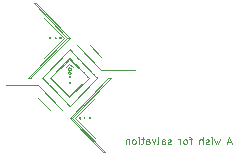
<source format=gbr>
%TF.GenerationSoftware,KiCad,Pcbnew,5.1.10*%
%TF.CreationDate,2021-06-14T18:34:52+02:00*%
%TF.ProjectId,scattered-bat-plate-1,73636174-7465-4726-9564-2d6261742d70,rev?*%
%TF.SameCoordinates,Original*%
%TF.FileFunction,Legend,Bot*%
%TF.FilePolarity,Positive*%
%FSLAX46Y46*%
G04 Gerber Fmt 4.6, Leading zero omitted, Abs format (unit mm)*
G04 Created by KiCad (PCBNEW 5.1.10) date 2021-06-14 18:34:52*
%MOMM*%
%LPD*%
G01*
G04 APERTURE LIST*
%ADD10C,0.100000*%
%ADD11C,0.036000*%
G04 APERTURE END LIST*
D10*
X146007142Y-123280000D02*
X145721428Y-123280000D01*
X146064285Y-123451428D02*
X145864285Y-122851428D01*
X145664285Y-123451428D01*
X145064285Y-123051428D02*
X144950000Y-123451428D01*
X144835714Y-123165714D01*
X144721428Y-123451428D01*
X144607142Y-123051428D01*
X144378571Y-123451428D02*
X144378571Y-123051428D01*
X144378571Y-122851428D02*
X144407142Y-122880000D01*
X144378571Y-122908571D01*
X144350000Y-122880000D01*
X144378571Y-122851428D01*
X144378571Y-122908571D01*
X144121428Y-123422857D02*
X144064285Y-123451428D01*
X143950000Y-123451428D01*
X143892857Y-123422857D01*
X143864285Y-123365714D01*
X143864285Y-123337142D01*
X143892857Y-123280000D01*
X143950000Y-123251428D01*
X144035714Y-123251428D01*
X144092857Y-123222857D01*
X144121428Y-123165714D01*
X144121428Y-123137142D01*
X144092857Y-123080000D01*
X144035714Y-123051428D01*
X143950000Y-123051428D01*
X143892857Y-123080000D01*
X143607142Y-123451428D02*
X143607142Y-122851428D01*
X143350000Y-123451428D02*
X143350000Y-123137142D01*
X143378571Y-123080000D01*
X143435714Y-123051428D01*
X143521428Y-123051428D01*
X143578571Y-123080000D01*
X143607142Y-123108571D01*
X142692857Y-123051428D02*
X142464285Y-123051428D01*
X142607142Y-123451428D02*
X142607142Y-122937142D01*
X142578571Y-122880000D01*
X142521428Y-122851428D01*
X142464285Y-122851428D01*
X142178571Y-123451428D02*
X142235714Y-123422857D01*
X142264285Y-123394285D01*
X142292857Y-123337142D01*
X142292857Y-123165714D01*
X142264285Y-123108571D01*
X142235714Y-123080000D01*
X142178571Y-123051428D01*
X142092857Y-123051428D01*
X142035714Y-123080000D01*
X142007142Y-123108571D01*
X141978571Y-123165714D01*
X141978571Y-123337142D01*
X142007142Y-123394285D01*
X142035714Y-123422857D01*
X142092857Y-123451428D01*
X142178571Y-123451428D01*
X141721428Y-123451428D02*
X141721428Y-123051428D01*
X141721428Y-123165714D02*
X141692857Y-123108571D01*
X141664285Y-123080000D01*
X141607142Y-123051428D01*
X141550000Y-123051428D01*
X140921428Y-123422857D02*
X140864285Y-123451428D01*
X140750000Y-123451428D01*
X140692857Y-123422857D01*
X140664285Y-123365714D01*
X140664285Y-123337142D01*
X140692857Y-123280000D01*
X140750000Y-123251428D01*
X140835714Y-123251428D01*
X140892857Y-123222857D01*
X140921428Y-123165714D01*
X140921428Y-123137142D01*
X140892857Y-123080000D01*
X140835714Y-123051428D01*
X140750000Y-123051428D01*
X140692857Y-123080000D01*
X140150000Y-123451428D02*
X140150000Y-123137142D01*
X140178571Y-123080000D01*
X140235714Y-123051428D01*
X140350000Y-123051428D01*
X140407142Y-123080000D01*
X140150000Y-123422857D02*
X140207142Y-123451428D01*
X140350000Y-123451428D01*
X140407142Y-123422857D01*
X140435714Y-123365714D01*
X140435714Y-123308571D01*
X140407142Y-123251428D01*
X140350000Y-123222857D01*
X140207142Y-123222857D01*
X140150000Y-123194285D01*
X139778571Y-123451428D02*
X139835714Y-123422857D01*
X139864285Y-123365714D01*
X139864285Y-122851428D01*
X139607142Y-123051428D02*
X139464285Y-123451428D01*
X139321428Y-123051428D01*
X138835714Y-123451428D02*
X138835714Y-123137142D01*
X138864285Y-123080000D01*
X138921428Y-123051428D01*
X139035714Y-123051428D01*
X139092857Y-123080000D01*
X138835714Y-123422857D02*
X138892857Y-123451428D01*
X139035714Y-123451428D01*
X139092857Y-123422857D01*
X139121428Y-123365714D01*
X139121428Y-123308571D01*
X139092857Y-123251428D01*
X139035714Y-123222857D01*
X138892857Y-123222857D01*
X138835714Y-123194285D01*
X138635714Y-123051428D02*
X138407142Y-123051428D01*
X138550000Y-122851428D02*
X138550000Y-123365714D01*
X138521428Y-123422857D01*
X138464285Y-123451428D01*
X138407142Y-123451428D01*
X138207142Y-123451428D02*
X138207142Y-123051428D01*
X138207142Y-122851428D02*
X138235714Y-122880000D01*
X138207142Y-122908571D01*
X138178571Y-122880000D01*
X138207142Y-122851428D01*
X138207142Y-122908571D01*
X137835714Y-123451428D02*
X137892857Y-123422857D01*
X137921428Y-123394285D01*
X137950000Y-123337142D01*
X137950000Y-123165714D01*
X137921428Y-123108571D01*
X137892857Y-123080000D01*
X137835714Y-123051428D01*
X137750000Y-123051428D01*
X137692857Y-123080000D01*
X137664285Y-123108571D01*
X137635714Y-123165714D01*
X137635714Y-123337142D01*
X137664285Y-123394285D01*
X137692857Y-123422857D01*
X137750000Y-123451428D01*
X137835714Y-123451428D01*
X137378571Y-123051428D02*
X137378571Y-123451428D01*
X137378571Y-123108571D02*
X137350000Y-123080000D01*
X137292857Y-123051428D01*
X137207142Y-123051428D01*
X137150000Y-123080000D01*
X137121428Y-123137142D01*
X137121428Y-123451428D01*
D11*
X133569037Y-121246753D02*
X133548581Y-121216391D01*
X133548581Y-121216391D02*
X133548558Y-121215096D01*
X132618004Y-116956093D02*
X132336583Y-116665393D01*
X133493161Y-117346297D02*
X133464442Y-117316631D01*
X133464442Y-117316631D02*
X133435809Y-117287054D01*
X133435809Y-117287054D02*
X133407274Y-117257578D01*
X133407274Y-117257578D02*
X133378847Y-117228214D01*
X133378847Y-117228214D02*
X133350542Y-117198975D01*
X133350542Y-117198975D02*
X133322369Y-117169874D01*
X133322369Y-117169874D02*
X133294341Y-117140922D01*
X133294341Y-117140922D02*
X133266470Y-117112132D01*
X133266470Y-117112132D02*
X133238767Y-117083515D01*
X133238767Y-117083515D02*
X133211244Y-117055085D01*
X133211244Y-117055085D02*
X133183914Y-117026854D01*
X133183914Y-117026854D02*
X133156787Y-116998833D01*
X133156787Y-116998833D02*
X133129876Y-116971035D01*
X133129876Y-116971035D02*
X133103193Y-116943472D01*
X133103193Y-116943472D02*
X133076750Y-116916156D01*
X133076750Y-116916156D02*
X133050557Y-116889101D01*
X133050557Y-116889101D02*
X133024628Y-116862317D01*
X133024628Y-116862317D02*
X132998974Y-116835817D01*
X132998974Y-116835817D02*
X132973607Y-116809614D01*
X132973607Y-116809614D02*
X132948539Y-116783719D01*
X132948539Y-116783719D02*
X132899346Y-116732904D01*
X132899346Y-116732904D02*
X132851490Y-116683471D01*
X132851490Y-116683471D02*
X132805067Y-116635516D01*
X132805067Y-116635516D02*
X132760170Y-116589139D01*
X132760170Y-116589139D02*
X132716895Y-116544437D01*
X132716895Y-116544437D02*
X132675337Y-116501509D01*
X132336584Y-118207112D02*
X132371263Y-118221644D01*
X132371263Y-118221644D02*
X132382567Y-118238850D01*
X133117546Y-121215096D02*
X133126972Y-121179847D01*
X133126972Y-121179847D02*
X133137011Y-121166551D01*
X130718369Y-117823149D02*
X130746688Y-117852402D01*
X130746688Y-117852402D02*
X130776903Y-117883613D01*
X130776903Y-117883613D02*
X130806408Y-117914091D01*
X130806408Y-117914091D02*
X130841632Y-117950476D01*
X130841632Y-117950476D02*
X130868226Y-117977947D01*
X130868226Y-117977947D02*
X130897264Y-118007942D01*
X130897264Y-118007942D02*
X130928706Y-118040422D01*
X130928706Y-118040422D02*
X130962514Y-118075344D01*
X130962514Y-118075344D02*
X130998647Y-118112668D01*
X130998647Y-118112668D02*
X131037067Y-118152355D01*
X131037067Y-118152355D02*
X131057123Y-118173072D01*
X132237037Y-117401940D02*
X132243714Y-117364918D01*
X132243714Y-117364918D02*
X132262790Y-117332924D01*
X132262790Y-117332924D02*
X132266193Y-117329230D01*
X132675337Y-116501509D02*
X132635788Y-116460656D01*
X132635788Y-116460656D02*
X132598506Y-116422145D01*
X132598506Y-116422145D02*
X132563530Y-116386016D01*
X132563530Y-116386016D02*
X132530900Y-116352311D01*
X132530900Y-116352311D02*
X132500655Y-116321068D01*
X132500655Y-116321068D02*
X132472834Y-116292330D01*
X132472834Y-116292330D02*
X132447476Y-116266136D01*
X132447476Y-116266136D02*
X132414143Y-116231705D01*
X132414143Y-116231705D02*
X132386574Y-116203227D01*
X132386574Y-116203227D02*
X132359009Y-116174754D01*
X132359009Y-116174754D02*
X132336581Y-116151586D01*
X126958674Y-118471396D02*
X129699005Y-118471396D01*
X133605187Y-121239325D02*
X133569037Y-121246755D01*
X134076337Y-121201936D02*
X134070000Y-121238472D01*
X134070000Y-121238472D02*
X134069129Y-121239409D01*
X132354830Y-121215069D02*
X135602782Y-117860031D01*
X135367569Y-124121318D02*
X135168055Y-124121160D01*
X132336583Y-119391819D02*
X131238832Y-118257878D01*
X132336583Y-116665393D02*
X132055115Y-116956142D01*
X132254473Y-116991673D02*
X132284420Y-116969325D01*
X132284420Y-116969325D02*
X132319436Y-116957856D01*
X132319436Y-116957856D02*
X132336584Y-116956542D01*
X134668406Y-117825288D02*
X134640085Y-117796034D01*
X134640085Y-117796034D02*
X134609871Y-117764823D01*
X134609871Y-117764823D02*
X134580366Y-117734346D01*
X134580366Y-117734346D02*
X134545141Y-117697960D01*
X134545141Y-117697960D02*
X134518547Y-117670489D01*
X134518547Y-117670489D02*
X134489509Y-117640494D01*
X134489509Y-117640494D02*
X134458066Y-117608014D01*
X134458066Y-117608014D02*
X134424259Y-117573092D01*
X134424259Y-117573092D02*
X134388125Y-117535768D01*
X134388125Y-117535768D02*
X134349706Y-117496081D01*
X134349706Y-117496081D02*
X134329651Y-117475365D01*
X134329651Y-117475365D02*
X134288092Y-117432436D01*
X134288092Y-117432436D02*
X134244817Y-117387734D01*
X134244817Y-117387734D02*
X134199920Y-117341357D01*
X134199920Y-117341357D02*
X134153496Y-117293403D01*
X134153496Y-117293403D02*
X134105641Y-117243970D01*
X134105641Y-117243970D02*
X134056448Y-117193155D01*
X134056448Y-117193155D02*
X134031379Y-117167260D01*
X134031379Y-117167260D02*
X134006012Y-117141057D01*
X134006012Y-117141057D02*
X133980358Y-117114557D01*
X133980358Y-117114557D02*
X133954429Y-117087773D01*
X133954429Y-117087773D02*
X133928237Y-117060717D01*
X133928237Y-117060717D02*
X133901793Y-117033402D01*
X133901793Y-117033402D02*
X133875110Y-117005839D01*
X133875110Y-117005839D02*
X133848199Y-116978041D01*
X133848199Y-116978041D02*
X133821072Y-116950020D01*
X133821072Y-116950020D02*
X133793742Y-116921789D01*
X133793742Y-116921789D02*
X133766219Y-116893359D01*
X133766219Y-116893359D02*
X133738516Y-116864742D01*
X133738516Y-116864742D02*
X133710644Y-116835952D01*
X133710644Y-116835952D02*
X133682616Y-116807000D01*
X133682616Y-116807000D02*
X133654444Y-116777899D01*
X133654444Y-116777899D02*
X133626138Y-116748660D01*
X133626138Y-116748660D02*
X133597712Y-116719296D01*
X133597712Y-116719296D02*
X133569176Y-116689820D01*
X133569176Y-116689820D02*
X133540543Y-116660243D01*
X133540543Y-116660243D02*
X133511825Y-116630578D01*
X132336584Y-116956542D02*
X132374676Y-116963173D01*
X132374676Y-116963173D02*
X132407937Y-116981857D01*
X132407937Y-116981857D02*
X132433733Y-117010772D01*
X132433733Y-117010772D02*
X132443868Y-117030589D01*
X132418695Y-117161310D02*
X132387220Y-117184443D01*
X132387220Y-117184443D02*
X132350911Y-117195527D01*
X132350911Y-117195527D02*
X132312877Y-117193921D01*
X132312877Y-117193921D02*
X132292146Y-117187312D01*
X131857811Y-114429463D02*
X130216703Y-116124681D01*
X133581730Y-121180831D02*
X133611875Y-121200795D01*
X133611875Y-121200795D02*
X133612377Y-121201983D01*
X131526211Y-114360811D02*
X131491317Y-114371033D01*
X131491317Y-114371033D02*
X131466898Y-114398487D01*
X131466898Y-114398487D02*
X131464809Y-114403191D01*
X135015112Y-117177070D02*
X132983856Y-115078552D01*
X129070282Y-117822239D02*
X129102046Y-117789425D01*
X135015104Y-117177058D02*
X134909855Y-117068338D01*
X134022046Y-121190781D02*
X134045584Y-121180716D01*
X131874949Y-119017861D02*
X131180000Y-118300000D01*
X132286813Y-118258524D02*
X132299684Y-118224017D01*
X132299684Y-118224017D02*
X132301387Y-118222170D01*
X135776804Y-117886842D02*
X135843336Y-117818116D01*
X132266193Y-117329230D02*
X132296257Y-117307927D01*
X132296257Y-117307927D02*
X132331647Y-117299238D01*
X132331647Y-117299238D02*
X132336584Y-117299112D01*
X132355773Y-120214166D02*
X134668406Y-117825288D01*
X134069121Y-121239409D02*
X134032844Y-121246871D01*
X135168055Y-124121043D02*
X132354830Y-121215069D01*
X130381895Y-118175211D02*
X130423453Y-118218139D01*
X130423453Y-118218139D02*
X130466729Y-118262841D01*
X130466729Y-118262841D02*
X130511626Y-118309218D01*
X130511626Y-118309218D02*
X130558050Y-118357173D01*
X130558050Y-118357173D02*
X130605905Y-118406606D01*
X130605905Y-118406606D02*
X130655099Y-118457421D01*
X130655099Y-118457421D02*
X130680167Y-118483316D01*
X130680167Y-118483316D02*
X130705534Y-118509519D01*
X130705534Y-118509519D02*
X130731188Y-118536019D01*
X130731188Y-118536019D02*
X130757117Y-118562803D01*
X130757117Y-118562803D02*
X130783309Y-118589858D01*
X130783309Y-118589858D02*
X130809753Y-118617174D01*
X130809753Y-118617174D02*
X130836436Y-118644737D01*
X130836436Y-118644737D02*
X130863347Y-118672535D01*
X130863347Y-118672535D02*
X130890474Y-118700556D01*
X130890474Y-118700556D02*
X130917804Y-118728787D01*
X130917804Y-118728787D02*
X130945327Y-118757217D01*
X130945327Y-118757217D02*
X130973030Y-118785834D01*
X130973030Y-118785834D02*
X131000901Y-118814624D01*
X131000901Y-118814624D02*
X131028929Y-118843576D01*
X131028929Y-118843576D02*
X131057102Y-118872677D01*
X131057102Y-118872677D02*
X131085407Y-118901916D01*
X131085407Y-118901916D02*
X131113834Y-118931280D01*
X131113834Y-118931280D02*
X131142369Y-118960756D01*
X131142369Y-118960756D02*
X131171002Y-118990333D01*
X131171002Y-118990333D02*
X131199721Y-119019999D01*
X130216545Y-112734084D02*
X131857811Y-114429463D01*
X131997826Y-119144790D02*
X132037374Y-119185642D01*
X132037374Y-119185642D02*
X132074656Y-119224152D01*
X132074656Y-119224152D02*
X132109631Y-119260281D01*
X132109631Y-119260281D02*
X132142262Y-119293986D01*
X132142262Y-119293986D02*
X132172507Y-119325229D01*
X132172507Y-119325229D02*
X132200328Y-119353967D01*
X132200328Y-119353967D02*
X132225686Y-119380161D01*
X132225686Y-119380161D02*
X132259018Y-119414593D01*
X132259018Y-119414593D02*
X132286587Y-119443071D01*
X132286587Y-119443071D02*
X132314152Y-119471544D01*
X132314152Y-119471544D02*
X132336581Y-119494713D01*
X132355773Y-115436411D02*
X130043141Y-117825288D01*
X132336581Y-119494713D02*
X133954793Y-117823149D01*
X133184008Y-121146442D02*
X133218900Y-121156665D01*
X133218900Y-121156665D02*
X133243319Y-121184120D01*
X133243319Y-121184120D02*
X133245409Y-121188824D01*
X132336583Y-119391819D02*
X133434996Y-118257193D01*
X135168055Y-124121160D02*
X135099078Y-124049904D01*
X132298489Y-117496943D02*
X132267753Y-117476233D01*
X132267753Y-117476233D02*
X132246672Y-117446080D01*
X132246672Y-117446080D02*
X132237318Y-117409686D01*
X132237318Y-117409686D02*
X132237037Y-117401940D01*
X128871464Y-117822239D02*
X129070282Y-117822239D01*
X131057123Y-118173072D02*
X131098681Y-118216000D01*
X131098681Y-118216000D02*
X131141956Y-118260702D01*
X131141956Y-118260702D02*
X131186853Y-118307079D01*
X131186853Y-118307079D02*
X131233277Y-118355033D01*
X131233277Y-118355033D02*
X131281132Y-118404467D01*
X131281132Y-118404467D02*
X131330325Y-118455281D01*
X131330325Y-118455281D02*
X131355394Y-118481176D01*
X131355394Y-118481176D02*
X131380761Y-118507380D01*
X131380761Y-118507380D02*
X131406415Y-118533879D01*
X131406415Y-118533879D02*
X131432344Y-118560663D01*
X131432344Y-118560663D02*
X131458536Y-118587719D01*
X131458536Y-118587719D02*
X131484980Y-118615035D01*
X131484980Y-118615035D02*
X131511663Y-118642598D01*
X131511663Y-118642598D02*
X131538574Y-118670396D01*
X131538574Y-118670396D02*
X131565701Y-118698417D01*
X131565701Y-118698417D02*
X131593031Y-118726648D01*
X131593031Y-118726648D02*
X131620554Y-118755079D01*
X131620554Y-118755079D02*
X131648257Y-118783695D01*
X131648257Y-118783695D02*
X131676129Y-118812485D01*
X131676129Y-118812485D02*
X131704157Y-118841437D01*
X131704157Y-118841437D02*
X131732329Y-118870539D01*
X131732329Y-118870539D02*
X131760635Y-118899778D01*
X131760635Y-118899778D02*
X131789061Y-118929141D01*
X131789061Y-118929141D02*
X131817597Y-118958618D01*
X131817597Y-118958618D02*
X131846230Y-118988195D01*
X131846230Y-118988195D02*
X131874949Y-119017861D01*
X132711933Y-116642087D02*
X132336583Y-116254361D01*
X133511825Y-116630578D02*
X133512301Y-116631054D01*
X132317538Y-118306023D02*
X132291630Y-118280593D01*
X132291630Y-118280593D02*
X132286813Y-118258524D01*
X132406975Y-117474652D02*
X132376689Y-117496059D01*
X132376689Y-117496059D02*
X132341654Y-117504638D01*
X132341654Y-117504638D02*
X132305524Y-117499638D01*
X132305524Y-117499638D02*
X132298489Y-117496943D01*
X131464809Y-114403191D02*
X131460598Y-114440402D01*
X131460598Y-114440402D02*
X131475814Y-114474214D01*
X131475814Y-114474214D02*
X131479224Y-114478008D01*
X134032844Y-121246864D02*
X134012318Y-121216395D01*
X134012318Y-121216395D02*
X134012295Y-121215096D01*
X133616039Y-117473226D02*
X133574480Y-117430297D01*
X133574480Y-117430297D02*
X133531205Y-117385595D01*
X133531205Y-117385595D02*
X133486308Y-117339218D01*
X133486308Y-117339218D02*
X133439884Y-117291263D01*
X133439884Y-117291263D02*
X133392028Y-117241830D01*
X133392028Y-117241830D02*
X133342836Y-117191015D01*
X133342836Y-117191015D02*
X133317767Y-117165120D01*
X133317767Y-117165120D02*
X133292400Y-117138917D01*
X133292400Y-117138917D02*
X133266746Y-117112417D01*
X133266746Y-117112417D02*
X133240817Y-117085633D01*
X133240817Y-117085633D02*
X133214625Y-117058578D01*
X133214625Y-117058578D02*
X133188181Y-117031262D01*
X133188181Y-117031262D02*
X133161498Y-117003699D01*
X133161498Y-117003699D02*
X133134587Y-116975901D01*
X133134587Y-116975901D02*
X133107461Y-116947880D01*
X133107461Y-116947880D02*
X133080130Y-116919649D01*
X133080130Y-116919649D02*
X133052608Y-116891219D01*
X133052608Y-116891219D02*
X133024905Y-116862602D01*
X133024905Y-116862602D02*
X132997033Y-116833812D01*
X132997033Y-116833812D02*
X132969005Y-116804860D01*
X132969005Y-116804860D02*
X132940833Y-116775759D01*
X132940833Y-116775759D02*
X132912527Y-116746520D01*
X132912527Y-116746520D02*
X132884101Y-116717156D01*
X132884101Y-116717156D02*
X132855565Y-116687680D01*
X132855565Y-116687680D02*
X132826932Y-116658103D01*
X132826932Y-116658103D02*
X132798214Y-116628438D01*
X131961619Y-116641687D02*
X131586520Y-117029156D01*
X135015112Y-116081127D02*
X134044942Y-115078552D01*
X130677374Y-114461232D02*
X130697899Y-114430762D01*
X130697899Y-114430762D02*
X130697923Y-114429463D01*
X132292146Y-117187312D02*
X132259411Y-117166127D01*
X132259411Y-117166127D02*
X132235603Y-117135717D01*
X132235603Y-117135717D02*
X132222483Y-117098806D01*
X132222483Y-117098806D02*
X132220462Y-117076492D01*
X132336584Y-117641729D02*
X132371313Y-117651903D01*
X132371313Y-117651903D02*
X132395619Y-117679229D01*
X132395619Y-117679229D02*
X132397699Y-117683911D01*
X137887518Y-117177058D02*
X135015104Y-117177058D01*
X132289809Y-117661743D02*
X132322032Y-117643402D01*
X132322032Y-117643402D02*
X132336584Y-117641729D01*
X132383359Y-117758377D02*
X132351836Y-117776549D01*
X132351836Y-117776549D02*
X132313597Y-117774131D01*
X132313597Y-117774131D02*
X132311270Y-117773188D01*
X132270433Y-117710060D02*
X132279817Y-117674977D01*
X132279817Y-117674977D02*
X132289809Y-117661743D01*
X130641097Y-114453778D02*
X130677374Y-114461232D01*
X131097841Y-114416350D02*
X131104162Y-114452759D01*
X131104162Y-114452759D02*
X131105033Y-114453693D01*
X132336581Y-116151586D02*
X130718369Y-117823149D01*
X132711933Y-116642087D02*
X133086932Y-117029448D01*
X132852407Y-121215096D02*
X134493515Y-122910313D01*
X132333619Y-119388693D02*
X132342827Y-119398202D01*
X131151945Y-114405234D02*
X131128488Y-114395198D01*
X130633881Y-114416305D02*
X130640231Y-114452841D01*
X130640231Y-114452841D02*
X130641105Y-114453778D01*
X133231003Y-121263641D02*
X133199331Y-121281898D01*
X133199331Y-121281898D02*
X133163270Y-121280316D01*
X133163270Y-121280316D02*
X133158573Y-121278516D01*
X131161660Y-114429463D02*
X131151945Y-114405234D01*
X131128488Y-114395198D02*
X131098342Y-114415162D01*
X131098342Y-114415162D02*
X131097841Y-114416350D01*
X132798214Y-116628438D02*
X133493161Y-117346297D01*
X130664635Y-114395078D02*
X130634384Y-114415113D01*
X130634384Y-114415113D02*
X130633881Y-114416305D01*
X129342721Y-111523501D02*
X129541504Y-111523365D01*
X133548558Y-121215096D02*
X133558273Y-121190867D01*
X129699005Y-118471396D02*
X129827369Y-118603992D01*
X132443868Y-117030589D02*
X132452512Y-117069479D01*
X132452512Y-117069479D02*
X132448529Y-117108372D01*
X132448529Y-117108372D02*
X132432538Y-117144055D01*
X132432538Y-117144055D02*
X132418695Y-117161310D01*
X132220462Y-117076492D02*
X132226340Y-117038815D01*
X132226340Y-117038815D02*
X132243249Y-117005128D01*
X132243249Y-117005128D02*
X132254473Y-116991673D01*
X134493673Y-119519716D02*
X132852407Y-121215096D01*
X132354830Y-114429412D02*
X132155881Y-114429412D01*
X132311270Y-117773190D02*
X132282953Y-117750062D01*
X132282953Y-117750062D02*
X132270620Y-117715207D01*
X132270620Y-117715207D02*
X132270433Y-117710060D01*
X130043141Y-117825288D02*
X130071461Y-117854541D01*
X130071461Y-117854541D02*
X130101675Y-117885752D01*
X130101675Y-117885752D02*
X130131180Y-117916230D01*
X130131180Y-117916230D02*
X130166404Y-117952615D01*
X130166404Y-117952615D02*
X130192998Y-117980086D01*
X130192998Y-117980086D02*
X130222036Y-118010082D01*
X130222036Y-118010082D02*
X130253479Y-118042561D01*
X130253479Y-118042561D02*
X130287286Y-118077483D01*
X130287286Y-118077483D02*
X130323420Y-118114808D01*
X130323420Y-118114808D02*
X130361839Y-118154494D01*
X130361839Y-118154494D02*
X130381895Y-118175211D01*
X133245409Y-121188824D02*
X133249619Y-121226035D01*
X133249619Y-121226035D02*
X133234403Y-121259846D01*
X133234403Y-121259846D02*
X133230995Y-121263641D01*
X133137011Y-121166551D02*
X133169388Y-121148123D01*
X133169388Y-121148123D02*
X133184008Y-121146442D01*
X132336583Y-116254361D02*
X131961619Y-116641687D01*
X128900323Y-117792437D02*
X128871464Y-117822239D01*
X132336584Y-117299112D02*
X132372652Y-117306095D01*
X132372652Y-117306095D02*
X132403299Y-117325619D01*
X132403299Y-117325619D02*
X132425425Y-117355545D01*
X132425425Y-117355545D02*
X132428555Y-117362590D01*
X131105031Y-114453693D02*
X131141183Y-114461121D01*
X129699005Y-118471396D02*
X126958674Y-118471396D01*
X132354830Y-114429442D02*
X129102056Y-117789456D01*
X132397699Y-117683911D02*
X132401887Y-117720948D01*
X132401887Y-117720948D02*
X132386752Y-117754600D01*
X132386752Y-117754600D02*
X132383363Y-117758377D01*
X134012295Y-121215096D02*
X134022043Y-121190781D01*
X132301391Y-118222170D02*
X132335348Y-118207135D01*
X132335348Y-118207135D02*
X132336584Y-118207120D01*
X134045584Y-121180710D02*
X134075833Y-121200745D01*
X134075833Y-121200745D02*
X134076337Y-121201936D01*
X133954793Y-117823149D02*
X133926472Y-117793895D01*
X133926472Y-117793895D02*
X133896258Y-117762684D01*
X133896258Y-117762684D02*
X133866753Y-117732207D01*
X133866753Y-117732207D02*
X133831529Y-117695822D01*
X133831529Y-117695822D02*
X133804935Y-117668350D01*
X133804935Y-117668350D02*
X133775897Y-117638355D01*
X133775897Y-117638355D02*
X133744454Y-117605876D01*
X133744454Y-117605876D02*
X133710647Y-117570954D01*
X133710647Y-117570954D02*
X133674513Y-117533629D01*
X133674513Y-117533629D02*
X133636094Y-117493942D01*
X133636094Y-117493942D02*
X133616039Y-117473226D01*
X135843335Y-117818115D02*
X132549376Y-121217007D01*
X132371778Y-118294877D02*
X132337306Y-118309930D01*
X132337306Y-118309930D02*
X132317538Y-118306021D01*
X131573207Y-114380919D02*
X131540830Y-114362492D01*
X131540830Y-114362492D02*
X131526211Y-114360811D01*
X132354830Y-121215069D02*
X132554080Y-121215069D01*
X131199194Y-119019455D02*
X131227912Y-119049120D01*
X131227912Y-119049120D02*
X131256545Y-119078697D01*
X131256545Y-119078697D02*
X131285080Y-119108173D01*
X131285080Y-119108173D02*
X131313507Y-119137537D01*
X131313507Y-119137537D02*
X131341812Y-119166776D01*
X131341812Y-119166776D02*
X131369985Y-119195877D01*
X131369985Y-119195877D02*
X131398013Y-119224829D01*
X131398013Y-119224829D02*
X131425884Y-119253619D01*
X131425884Y-119253619D02*
X131453587Y-119282236D01*
X131453587Y-119282236D02*
X131481110Y-119310666D01*
X131481110Y-119310666D02*
X131508440Y-119338897D01*
X131508440Y-119338897D02*
X131535567Y-119366918D01*
X131535567Y-119366918D02*
X131562478Y-119394716D01*
X131562478Y-119394716D02*
X131589161Y-119422279D01*
X131589161Y-119422279D02*
X131615604Y-119449595D01*
X131615604Y-119449595D02*
X131641797Y-119476650D01*
X131641797Y-119476650D02*
X131667726Y-119503434D01*
X131667726Y-119503434D02*
X131693380Y-119529934D01*
X131693380Y-119529934D02*
X131718747Y-119556137D01*
X131718747Y-119556137D02*
X131743815Y-119582032D01*
X131743815Y-119582032D02*
X131793008Y-119632847D01*
X131793008Y-119632847D02*
X131840864Y-119682280D01*
X131840864Y-119682280D02*
X131887287Y-119730235D01*
X131887287Y-119730235D02*
X131932184Y-119776612D01*
X131932184Y-119776612D02*
X131975459Y-119821314D01*
X131975459Y-119821314D02*
X132017018Y-119864243D01*
X129410597Y-111593614D02*
X129342721Y-111523501D01*
X132017018Y-119864243D02*
X132056566Y-119905095D01*
X132056566Y-119905095D02*
X132093848Y-119943606D01*
X132093848Y-119943606D02*
X132128823Y-119979735D01*
X132128823Y-119979735D02*
X132161454Y-120013440D01*
X132161454Y-120013440D02*
X132191699Y-120044683D01*
X132191699Y-120044683D02*
X132219520Y-120073421D01*
X132219520Y-120073421D02*
X132244878Y-120099615D01*
X132244878Y-120099615D02*
X132278210Y-120134046D01*
X132278210Y-120134046D02*
X132305779Y-120162524D01*
X132305779Y-120162524D02*
X132333344Y-120190997D01*
X132333344Y-120190997D02*
X132355773Y-120214166D01*
X132428555Y-117362590D02*
X132436107Y-117399684D01*
X132436107Y-117399684D02*
X132430374Y-117436402D01*
X132430374Y-117436402D02*
X132412078Y-117468969D01*
X132412078Y-117468969D02*
X132406975Y-117474652D01*
X133558273Y-121190867D02*
X133581730Y-121180834D01*
X132155881Y-114429412D02*
X128900323Y-117792437D01*
X131551645Y-114492891D02*
X131580094Y-114469652D01*
X131580094Y-114469652D02*
X131592485Y-114434634D01*
X131592485Y-114434634D02*
X131592673Y-114429463D01*
X130697923Y-114429463D02*
X130688176Y-114405150D01*
X130688174Y-114405150D02*
X130664635Y-114395079D01*
X129342721Y-111523506D02*
X132155881Y-114429412D01*
X131199721Y-119019999D02*
X131199244Y-119019523D01*
X133512353Y-116631122D02*
X133483634Y-116601456D01*
X133483634Y-116601456D02*
X133455001Y-116571880D01*
X133455001Y-116571880D02*
X133426465Y-116542403D01*
X133426465Y-116542403D02*
X133398039Y-116513040D01*
X133398039Y-116513040D02*
X133369733Y-116483801D01*
X133369733Y-116483801D02*
X133341561Y-116454700D01*
X133341561Y-116454700D02*
X133313533Y-116425748D01*
X133313533Y-116425748D02*
X133285661Y-116396957D01*
X133285661Y-116396957D02*
X133257958Y-116368341D01*
X133257958Y-116368341D02*
X133230436Y-116339911D01*
X133230436Y-116339911D02*
X133203105Y-116311680D01*
X133203105Y-116311680D02*
X133175978Y-116283659D01*
X133175978Y-116283659D02*
X133149067Y-116255861D01*
X133149067Y-116255861D02*
X133122384Y-116228298D01*
X133122384Y-116228298D02*
X133095941Y-116200982D01*
X133095941Y-116200982D02*
X133069748Y-116173926D01*
X133069748Y-116173926D02*
X133043819Y-116147142D01*
X133043819Y-116147142D02*
X133018165Y-116120643D01*
X133018165Y-116120643D02*
X132992798Y-116094439D01*
X132992798Y-116094439D02*
X132967730Y-116068544D01*
X132967730Y-116068544D02*
X132918537Y-116017729D01*
X132918537Y-116017729D02*
X132870681Y-115968296D01*
X132870681Y-115968296D02*
X132824257Y-115920342D01*
X132824257Y-115920342D02*
X132779360Y-115873964D01*
X132779360Y-115873964D02*
X132736085Y-115829262D01*
X132736085Y-115829262D02*
X132694527Y-115786334D01*
X131479216Y-114478008D02*
X131510886Y-114496266D01*
X131510886Y-114496266D02*
X131546947Y-114494690D01*
X131546947Y-114494690D02*
X131551645Y-114492891D01*
X132554080Y-121215069D02*
X135367569Y-124121313D01*
X135639370Y-117822259D02*
X135602781Y-117860053D01*
X135264190Y-124014532D02*
X135367569Y-124121318D01*
X133158573Y-121278522D02*
X133130123Y-121255286D01*
X133130123Y-121255286D02*
X133117733Y-121220267D01*
X133117733Y-121220267D02*
X133117546Y-121215096D01*
X135843336Y-117818116D02*
X135639370Y-117822259D01*
X133612377Y-121201983D02*
X133606055Y-121238392D01*
X133606055Y-121238392D02*
X133605185Y-121239325D01*
X132694527Y-115786334D02*
X132654978Y-115745481D01*
X132654978Y-115745481D02*
X132617697Y-115706971D01*
X132617697Y-115706971D02*
X132582722Y-115670842D01*
X132582722Y-115670842D02*
X132550092Y-115637137D01*
X132550092Y-115637137D02*
X132519847Y-115605894D01*
X132519847Y-115605894D02*
X132492026Y-115577156D01*
X132492026Y-115577156D02*
X132466668Y-115550962D01*
X132466668Y-115550962D02*
X132433335Y-115516530D01*
X132433335Y-115516530D02*
X132405766Y-115488052D01*
X132405766Y-115488052D02*
X132378201Y-115459579D01*
X132378201Y-115459579D02*
X132355773Y-115436411D01*
X129541504Y-111523365D02*
X132354830Y-114429442D01*
X131141183Y-114461121D02*
X131161636Y-114430758D01*
X131161636Y-114430758D02*
X131161660Y-114429463D01*
X132382567Y-118238850D02*
X132383474Y-118275753D01*
X132383474Y-118275753D02*
X132371771Y-118294877D01*
X129699007Y-118471378D02*
X131730263Y-120569896D01*
X131592673Y-114429463D02*
X131583245Y-114394215D01*
X131583245Y-114394215D02*
X131573207Y-114380919D01*
X129699007Y-119567322D02*
X130669175Y-120569896D01*
X131180000Y-118300000D02*
X131208718Y-118329665D01*
X131208718Y-118329665D02*
X131237351Y-118359242D01*
X131237351Y-118359242D02*
X131265887Y-118388719D01*
X131265887Y-118388719D02*
X131294314Y-118418083D01*
X131294314Y-118418083D02*
X131322619Y-118447321D01*
X131322619Y-118447321D02*
X131350792Y-118476423D01*
X131350792Y-118476423D02*
X131378820Y-118505375D01*
X131378820Y-118505375D02*
X131406691Y-118534166D01*
X131406691Y-118534166D02*
X131434394Y-118562782D01*
X131434394Y-118562782D02*
X131461917Y-118591212D01*
X131461917Y-118591212D02*
X131489248Y-118619444D01*
X131489248Y-118619444D02*
X131516374Y-118647465D01*
X131516374Y-118647465D02*
X131543285Y-118675263D01*
X131543285Y-118675263D02*
X131569968Y-118702826D01*
X131569968Y-118702826D02*
X131596412Y-118730141D01*
X131596412Y-118730141D02*
X131622604Y-118757197D01*
X131622604Y-118757197D02*
X131648533Y-118783981D01*
X131648533Y-118783981D02*
X131674187Y-118810481D01*
X131674187Y-118810481D02*
X131699555Y-118836684D01*
X131699555Y-118836684D02*
X131724623Y-118862579D01*
X131724623Y-118862579D02*
X131773816Y-118913394D01*
X131773816Y-118913394D02*
X131821672Y-118962827D01*
X131821672Y-118962827D02*
X131868095Y-119010782D01*
X131868095Y-119010782D02*
X131912992Y-119057159D01*
X131912992Y-119057159D02*
X131956267Y-119101861D01*
X131956267Y-119101861D02*
X131997826Y-119144790D01*
M02*

</source>
